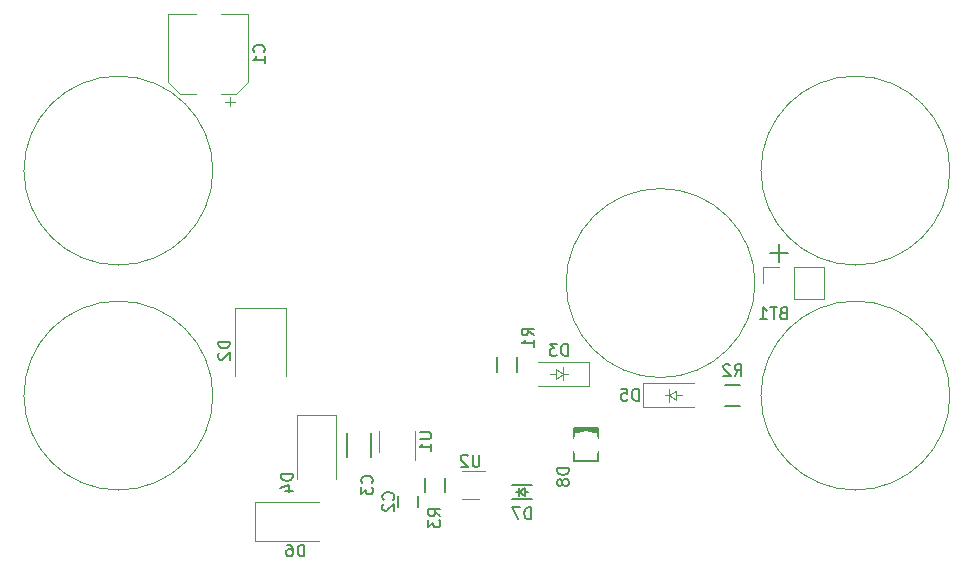
<source format=gbr>
G04 #@! TF.GenerationSoftware,KiCad,Pcbnew,(5.1.5-1-g2528d3844)*
G04 #@! TF.CreationDate,2020-01-09T12:33:36-05:00*
G04 #@! TF.ProjectId,diode-or,64696f64-652d-46f7-922e-6b696361645f,v1.0.0*
G04 #@! TF.SameCoordinates,Original*
G04 #@! TF.FileFunction,Legend,Bot*
G04 #@! TF.FilePolarity,Positive*
%FSLAX46Y46*%
G04 Gerber Fmt 4.6, Leading zero omitted, Abs format (unit mm)*
G04 Created by KiCad (PCBNEW (5.1.5-1-g2528d3844)) date 2020-01-09 12:33:36*
%MOMM*%
%LPD*%
G04 APERTURE LIST*
%ADD10C,0.150000*%
%ADD11C,0.120000*%
%ADD12C,0.100000*%
%ADD13C,2.351600*%
%ADD14R,1.101600X1.601600*%
%ADD15R,1.101600X1.401600*%
%ADD16R,1.401600X1.101600*%
%ADD17R,1.351600X1.401600*%
%ADD18R,1.701600X1.301600*%
%ADD19R,1.201600X0.676600*%
%ADD20R,0.701600X1.751600*%
%ADD21R,1.361600X0.931600*%
%ADD22O,1.801600X2.101600*%
%ADD23R,1.801600X2.101600*%
%ADD24R,0.751600X0.501600*%
%ADD25C,0.863600*%
%ADD26R,5.101600X5.101600*%
%ADD27R,0.751600X1.321600*%
%ADD28C,5.101600*%
%ADD29C,0.901600*%
%ADD30C,6.501600*%
%ADD31O,2.601600X4.601600*%
%ADD32R,2.601600X4.601600*%
%ADD33R,2.601600X1.901600*%
%ADD34R,1.901600X2.601600*%
%ADD35R,2.401600X2.601600*%
%ADD36O,1.801600X1.801600*%
%ADD37R,1.801600X1.801600*%
%ADD38C,1.117600*%
G04 APERTURE END LIST*
D10*
X185661904Y-91742857D02*
X184138095Y-91742857D01*
X184900000Y-92504761D02*
X184900000Y-90980952D01*
X169600000Y-106800000D02*
X167600000Y-106800000D01*
X169600000Y-106700000D02*
X167600000Y-106700000D01*
X167600000Y-106900000D02*
X169600000Y-106900000D01*
X169600000Y-109400000D02*
X169600000Y-106600000D01*
X167600000Y-109400000D02*
X169600000Y-109400000D01*
X167600000Y-106600000D02*
X167600000Y-109400000D01*
X169600000Y-106600000D02*
X167600000Y-106600000D01*
X181600000Y-102925000D02*
X180400000Y-102925000D01*
X180400000Y-104675000D02*
X181600000Y-104675000D01*
X161025000Y-100600000D02*
X161025000Y-101800000D01*
X162775000Y-101800000D02*
X162775000Y-100600000D01*
X154350000Y-112300000D02*
X154350000Y-113300000D01*
X152650000Y-113300000D02*
X152650000Y-112300000D01*
X150425000Y-107000000D02*
X150425000Y-109000000D01*
X148375000Y-109000000D02*
X148375000Y-107000000D01*
D11*
X175250000Y-103800000D02*
X175650000Y-103800000D01*
X175650000Y-103800000D02*
X175650000Y-104350000D01*
X175650000Y-103800000D02*
X175650000Y-103250000D01*
X175650000Y-103800000D02*
X176250000Y-104200000D01*
X176250000Y-104200000D02*
X176250000Y-103400000D01*
X176250000Y-103400000D02*
X175650000Y-103800000D01*
X176250000Y-103800000D02*
X176750000Y-103800000D01*
X173450000Y-102800000D02*
X177750000Y-102800000D01*
X173450000Y-104800000D02*
X173450000Y-102800000D01*
X177750000Y-104800000D02*
X173450000Y-104800000D01*
X167050000Y-102000000D02*
X166650000Y-102000000D01*
X166650000Y-102000000D02*
X166650000Y-101450000D01*
X166650000Y-102000000D02*
X166650000Y-102550000D01*
X166650000Y-102000000D02*
X166050000Y-101600000D01*
X166050000Y-101600000D02*
X166050000Y-102400000D01*
X166050000Y-102400000D02*
X166650000Y-102000000D01*
X166050000Y-102000000D02*
X165550000Y-102000000D01*
X168850000Y-103000000D02*
X164550000Y-103000000D01*
X168850000Y-101000000D02*
X168850000Y-103000000D01*
X164550000Y-101000000D02*
X168850000Y-101000000D01*
D10*
X162350000Y-112625000D02*
X164050000Y-112625000D01*
X162350000Y-111375000D02*
X164050000Y-111375000D01*
X162950000Y-112350000D02*
X162950000Y-111650000D01*
X163450000Y-111650000D02*
X162950000Y-112000000D01*
X163450000Y-112350000D02*
X163450000Y-111650000D01*
X162950000Y-112000000D02*
X163450000Y-112350000D01*
X162950000Y-112000000D02*
X162700000Y-112000000D01*
X163450000Y-112000000D02*
X163700000Y-112000000D01*
X154925000Y-110800000D02*
X154925000Y-112000000D01*
X156675000Y-112000000D02*
X156675000Y-110800000D01*
D11*
X159500000Y-112560000D02*
X158100000Y-112560000D01*
X158100000Y-110240000D02*
X160000000Y-110240000D01*
X199400000Y-103825000D02*
G75*
G03X199400000Y-103825000I-8000000J0D01*
G01*
X199400000Y-84775000D02*
G75*
G03X199400000Y-84775000I-8000000J0D01*
G01*
X182902216Y-94300000D02*
G75*
G03X182902216Y-94300000I-8000000J0D01*
G01*
X137000000Y-103825000D02*
G75*
G03X137000000Y-103825000I-8000000J0D01*
G01*
X137000000Y-84775000D02*
G75*
G03X137000000Y-84775000I-8000000J0D01*
G01*
X138841250Y-78943750D02*
X138053750Y-78943750D01*
X138447500Y-79337500D02*
X138447500Y-78550000D01*
X134254437Y-78310000D02*
X133190000Y-77245563D01*
X138945563Y-78310000D02*
X140010000Y-77245563D01*
X138945563Y-78310000D02*
X137660000Y-78310000D01*
X134254437Y-78310000D02*
X135540000Y-78310000D01*
X133190000Y-77245563D02*
X133190000Y-71490000D01*
X140010000Y-77245563D02*
X140010000Y-71490000D01*
X140010000Y-71490000D02*
X137660000Y-71490000D01*
X133190000Y-71490000D02*
X135540000Y-71490000D01*
X154110000Y-106820000D02*
X154110000Y-109250000D01*
X151040000Y-108580000D02*
X151040000Y-106820000D01*
X140600000Y-116150000D02*
X146000000Y-116150000D01*
X140600000Y-112850000D02*
X146000000Y-112850000D01*
X140600000Y-116150000D02*
X140600000Y-112850000D01*
X144150000Y-105500000D02*
X144150000Y-110900000D01*
X147450000Y-105500000D02*
X147450000Y-110900000D01*
X144150000Y-105500000D02*
X147450000Y-105500000D01*
X138850000Y-96450000D02*
X138850000Y-102150000D01*
X143150000Y-96450000D02*
X143150000Y-102150000D01*
X138850000Y-96450000D02*
X143150000Y-96450000D01*
X183570000Y-92970000D02*
X183570000Y-94300000D01*
X184900000Y-92970000D02*
X183570000Y-92970000D01*
X186170000Y-92970000D02*
X186170000Y-95630000D01*
X186170000Y-95630000D02*
X188770000Y-95630000D01*
X186170000Y-92970000D02*
X188770000Y-92970000D01*
X188770000Y-92970000D02*
X188770000Y-95630000D01*
D10*
X167152380Y-109961904D02*
X166152380Y-109961904D01*
X166152380Y-110200000D01*
X166200000Y-110342857D01*
X166295238Y-110438095D01*
X166390476Y-110485714D01*
X166580952Y-110533333D01*
X166723809Y-110533333D01*
X166914285Y-110485714D01*
X167009523Y-110438095D01*
X167104761Y-110342857D01*
X167152380Y-110200000D01*
X167152380Y-109961904D01*
X166580952Y-111104761D02*
X166533333Y-111009523D01*
X166485714Y-110961904D01*
X166390476Y-110914285D01*
X166342857Y-110914285D01*
X166247619Y-110961904D01*
X166200000Y-111009523D01*
X166152380Y-111104761D01*
X166152380Y-111295238D01*
X166200000Y-111390476D01*
X166247619Y-111438095D01*
X166342857Y-111485714D01*
X166390476Y-111485714D01*
X166485714Y-111438095D01*
X166533333Y-111390476D01*
X166580952Y-111295238D01*
X166580952Y-111104761D01*
X166628571Y-111009523D01*
X166676190Y-110961904D01*
X166771428Y-110914285D01*
X166961904Y-110914285D01*
X167057142Y-110961904D01*
X167104761Y-111009523D01*
X167152380Y-111104761D01*
X167152380Y-111295238D01*
X167104761Y-111390476D01*
X167057142Y-111438095D01*
X166961904Y-111485714D01*
X166771428Y-111485714D01*
X166676190Y-111438095D01*
X166628571Y-111390476D01*
X166580952Y-111295238D01*
X181166666Y-102152380D02*
X181500000Y-101676190D01*
X181738095Y-102152380D02*
X181738095Y-101152380D01*
X181357142Y-101152380D01*
X181261904Y-101200000D01*
X181214285Y-101247619D01*
X181166666Y-101342857D01*
X181166666Y-101485714D01*
X181214285Y-101580952D01*
X181261904Y-101628571D01*
X181357142Y-101676190D01*
X181738095Y-101676190D01*
X180785714Y-101247619D02*
X180738095Y-101200000D01*
X180642857Y-101152380D01*
X180404761Y-101152380D01*
X180309523Y-101200000D01*
X180261904Y-101247619D01*
X180214285Y-101342857D01*
X180214285Y-101438095D01*
X180261904Y-101580952D01*
X180833333Y-102152380D01*
X180214285Y-102152380D01*
X164152380Y-98733333D02*
X163676190Y-98400000D01*
X164152380Y-98161904D02*
X163152380Y-98161904D01*
X163152380Y-98542857D01*
X163200000Y-98638095D01*
X163247619Y-98685714D01*
X163342857Y-98733333D01*
X163485714Y-98733333D01*
X163580952Y-98685714D01*
X163628571Y-98638095D01*
X163676190Y-98542857D01*
X163676190Y-98161904D01*
X164152380Y-99685714D02*
X164152380Y-99114285D01*
X164152380Y-99400000D02*
X163152380Y-99400000D01*
X163295238Y-99304761D01*
X163390476Y-99209523D01*
X163438095Y-99114285D01*
X152257142Y-112633333D02*
X152304761Y-112585714D01*
X152352380Y-112442857D01*
X152352380Y-112347619D01*
X152304761Y-112204761D01*
X152209523Y-112109523D01*
X152114285Y-112061904D01*
X151923809Y-112014285D01*
X151780952Y-112014285D01*
X151590476Y-112061904D01*
X151495238Y-112109523D01*
X151400000Y-112204761D01*
X151352380Y-112347619D01*
X151352380Y-112442857D01*
X151400000Y-112585714D01*
X151447619Y-112633333D01*
X151447619Y-113014285D02*
X151400000Y-113061904D01*
X151352380Y-113157142D01*
X151352380Y-113395238D01*
X151400000Y-113490476D01*
X151447619Y-113538095D01*
X151542857Y-113585714D01*
X151638095Y-113585714D01*
X151780952Y-113538095D01*
X152352380Y-112966666D01*
X152352380Y-113585714D01*
X150457142Y-111233333D02*
X150504761Y-111185714D01*
X150552380Y-111042857D01*
X150552380Y-110947619D01*
X150504761Y-110804761D01*
X150409523Y-110709523D01*
X150314285Y-110661904D01*
X150123809Y-110614285D01*
X149980952Y-110614285D01*
X149790476Y-110661904D01*
X149695238Y-110709523D01*
X149600000Y-110804761D01*
X149552380Y-110947619D01*
X149552380Y-111042857D01*
X149600000Y-111185714D01*
X149647619Y-111233333D01*
X149552380Y-111566666D02*
X149552380Y-112185714D01*
X149933333Y-111852380D01*
X149933333Y-111995238D01*
X149980952Y-112090476D01*
X150028571Y-112138095D01*
X150123809Y-112185714D01*
X150361904Y-112185714D01*
X150457142Y-112138095D01*
X150504761Y-112090476D01*
X150552380Y-111995238D01*
X150552380Y-111709523D01*
X150504761Y-111614285D01*
X150457142Y-111566666D01*
X173038095Y-104252380D02*
X173038095Y-103252380D01*
X172800000Y-103252380D01*
X172657142Y-103300000D01*
X172561904Y-103395238D01*
X172514285Y-103490476D01*
X172466666Y-103680952D01*
X172466666Y-103823809D01*
X172514285Y-104014285D01*
X172561904Y-104109523D01*
X172657142Y-104204761D01*
X172800000Y-104252380D01*
X173038095Y-104252380D01*
X171561904Y-103252380D02*
X172038095Y-103252380D01*
X172085714Y-103728571D01*
X172038095Y-103680952D01*
X171942857Y-103633333D01*
X171704761Y-103633333D01*
X171609523Y-103680952D01*
X171561904Y-103728571D01*
X171514285Y-103823809D01*
X171514285Y-104061904D01*
X171561904Y-104157142D01*
X171609523Y-104204761D01*
X171704761Y-104252380D01*
X171942857Y-104252380D01*
X172038095Y-104204761D01*
X172085714Y-104157142D01*
X167038095Y-100452380D02*
X167038095Y-99452380D01*
X166800000Y-99452380D01*
X166657142Y-99500000D01*
X166561904Y-99595238D01*
X166514285Y-99690476D01*
X166466666Y-99880952D01*
X166466666Y-100023809D01*
X166514285Y-100214285D01*
X166561904Y-100309523D01*
X166657142Y-100404761D01*
X166800000Y-100452380D01*
X167038095Y-100452380D01*
X166133333Y-99452380D02*
X165514285Y-99452380D01*
X165847619Y-99833333D01*
X165704761Y-99833333D01*
X165609523Y-99880952D01*
X165561904Y-99928571D01*
X165514285Y-100023809D01*
X165514285Y-100261904D01*
X165561904Y-100357142D01*
X165609523Y-100404761D01*
X165704761Y-100452380D01*
X165990476Y-100452380D01*
X166085714Y-100404761D01*
X166133333Y-100357142D01*
X163938095Y-114302380D02*
X163938095Y-113302380D01*
X163700000Y-113302380D01*
X163557142Y-113350000D01*
X163461904Y-113445238D01*
X163414285Y-113540476D01*
X163366666Y-113730952D01*
X163366666Y-113873809D01*
X163414285Y-114064285D01*
X163461904Y-114159523D01*
X163557142Y-114254761D01*
X163700000Y-114302380D01*
X163938095Y-114302380D01*
X163033333Y-113302380D02*
X162366666Y-113302380D01*
X162795238Y-114302380D01*
X156252380Y-114033333D02*
X155776190Y-113700000D01*
X156252380Y-113461904D02*
X155252380Y-113461904D01*
X155252380Y-113842857D01*
X155300000Y-113938095D01*
X155347619Y-113985714D01*
X155442857Y-114033333D01*
X155585714Y-114033333D01*
X155680952Y-113985714D01*
X155728571Y-113938095D01*
X155776190Y-113842857D01*
X155776190Y-113461904D01*
X155252380Y-114366666D02*
X155252380Y-114985714D01*
X155633333Y-114652380D01*
X155633333Y-114795238D01*
X155680952Y-114890476D01*
X155728571Y-114938095D01*
X155823809Y-114985714D01*
X156061904Y-114985714D01*
X156157142Y-114938095D01*
X156204761Y-114890476D01*
X156252380Y-114795238D01*
X156252380Y-114509523D01*
X156204761Y-114414285D01*
X156157142Y-114366666D01*
X159561904Y-108852380D02*
X159561904Y-109661904D01*
X159514285Y-109757142D01*
X159466666Y-109804761D01*
X159371428Y-109852380D01*
X159180952Y-109852380D01*
X159085714Y-109804761D01*
X159038095Y-109757142D01*
X158990476Y-109661904D01*
X158990476Y-108852380D01*
X158561904Y-108947619D02*
X158514285Y-108900000D01*
X158419047Y-108852380D01*
X158180952Y-108852380D01*
X158085714Y-108900000D01*
X158038095Y-108947619D01*
X157990476Y-109042857D01*
X157990476Y-109138095D01*
X158038095Y-109280952D01*
X158609523Y-109852380D01*
X157990476Y-109852380D01*
X141307142Y-74733333D02*
X141354761Y-74685714D01*
X141402380Y-74542857D01*
X141402380Y-74447619D01*
X141354761Y-74304761D01*
X141259523Y-74209523D01*
X141164285Y-74161904D01*
X140973809Y-74114285D01*
X140830952Y-74114285D01*
X140640476Y-74161904D01*
X140545238Y-74209523D01*
X140450000Y-74304761D01*
X140402380Y-74447619D01*
X140402380Y-74542857D01*
X140450000Y-74685714D01*
X140497619Y-74733333D01*
X141402380Y-75685714D02*
X141402380Y-75114285D01*
X141402380Y-75400000D02*
X140402380Y-75400000D01*
X140545238Y-75304761D01*
X140640476Y-75209523D01*
X140688095Y-75114285D01*
X154502380Y-106938095D02*
X155311904Y-106938095D01*
X155407142Y-106985714D01*
X155454761Y-107033333D01*
X155502380Y-107128571D01*
X155502380Y-107319047D01*
X155454761Y-107414285D01*
X155407142Y-107461904D01*
X155311904Y-107509523D01*
X154502380Y-107509523D01*
X155502380Y-108509523D02*
X155502380Y-107938095D01*
X155502380Y-108223809D02*
X154502380Y-108223809D01*
X154645238Y-108128571D01*
X154740476Y-108033333D01*
X154788095Y-107938095D01*
X144738095Y-117452380D02*
X144738095Y-116452380D01*
X144500000Y-116452380D01*
X144357142Y-116500000D01*
X144261904Y-116595238D01*
X144214285Y-116690476D01*
X144166666Y-116880952D01*
X144166666Y-117023809D01*
X144214285Y-117214285D01*
X144261904Y-117309523D01*
X144357142Y-117404761D01*
X144500000Y-117452380D01*
X144738095Y-117452380D01*
X143309523Y-116452380D02*
X143500000Y-116452380D01*
X143595238Y-116500000D01*
X143642857Y-116547619D01*
X143738095Y-116690476D01*
X143785714Y-116880952D01*
X143785714Y-117261904D01*
X143738095Y-117357142D01*
X143690476Y-117404761D01*
X143595238Y-117452380D01*
X143404761Y-117452380D01*
X143309523Y-117404761D01*
X143261904Y-117357142D01*
X143214285Y-117261904D01*
X143214285Y-117023809D01*
X143261904Y-116928571D01*
X143309523Y-116880952D01*
X143404761Y-116833333D01*
X143595238Y-116833333D01*
X143690476Y-116880952D01*
X143738095Y-116928571D01*
X143785714Y-117023809D01*
X143752380Y-110461904D02*
X142752380Y-110461904D01*
X142752380Y-110700000D01*
X142800000Y-110842857D01*
X142895238Y-110938095D01*
X142990476Y-110985714D01*
X143180952Y-111033333D01*
X143323809Y-111033333D01*
X143514285Y-110985714D01*
X143609523Y-110938095D01*
X143704761Y-110842857D01*
X143752380Y-110700000D01*
X143752380Y-110461904D01*
X143085714Y-111890476D02*
X143752380Y-111890476D01*
X142704761Y-111652380D02*
X143419047Y-111414285D01*
X143419047Y-112033333D01*
X138452380Y-99261904D02*
X137452380Y-99261904D01*
X137452380Y-99500000D01*
X137500000Y-99642857D01*
X137595238Y-99738095D01*
X137690476Y-99785714D01*
X137880952Y-99833333D01*
X138023809Y-99833333D01*
X138214285Y-99785714D01*
X138309523Y-99738095D01*
X138404761Y-99642857D01*
X138452380Y-99500000D01*
X138452380Y-99261904D01*
X137547619Y-100214285D02*
X137500000Y-100261904D01*
X137452380Y-100357142D01*
X137452380Y-100595238D01*
X137500000Y-100690476D01*
X137547619Y-100738095D01*
X137642857Y-100785714D01*
X137738095Y-100785714D01*
X137880952Y-100738095D01*
X138452380Y-100166666D01*
X138452380Y-100785714D01*
X185285714Y-96828571D02*
X185142857Y-96876190D01*
X185095238Y-96923809D01*
X185047619Y-97019047D01*
X185047619Y-97161904D01*
X185095238Y-97257142D01*
X185142857Y-97304761D01*
X185238095Y-97352380D01*
X185619047Y-97352380D01*
X185619047Y-96352380D01*
X185285714Y-96352380D01*
X185190476Y-96400000D01*
X185142857Y-96447619D01*
X185095238Y-96542857D01*
X185095238Y-96638095D01*
X185142857Y-96733333D01*
X185190476Y-96780952D01*
X185285714Y-96828571D01*
X185619047Y-96828571D01*
X184761904Y-96352380D02*
X184190476Y-96352380D01*
X184476190Y-97352380D02*
X184476190Y-96352380D01*
X183333333Y-97352380D02*
X183904761Y-97352380D01*
X183619047Y-97352380D02*
X183619047Y-96352380D01*
X183714285Y-96495238D01*
X183809523Y-96590476D01*
X183904761Y-96638095D01*
%LPC*%
D12*
G36*
X178200000Y-103100000D02*
G01*
X177200000Y-103100000D01*
X177200000Y-104500000D01*
X178200000Y-104500000D01*
X178200000Y-103100000D01*
G37*
X178200000Y-103100000D02*
X177200000Y-103100000D01*
X177200000Y-104500000D01*
X178200000Y-104500000D01*
X178200000Y-103100000D01*
G36*
X174800000Y-103100000D02*
G01*
X173800000Y-103100000D01*
X173800000Y-104500000D01*
X174800000Y-104500000D01*
X174800000Y-103100000D01*
G37*
X174800000Y-103100000D02*
X173800000Y-103100000D01*
X173800000Y-104500000D01*
X174800000Y-104500000D01*
X174800000Y-103100000D01*
G36*
X164100000Y-102700000D02*
G01*
X165100000Y-102700000D01*
X165100000Y-101300000D01*
X164100000Y-101300000D01*
X164100000Y-102700000D01*
G37*
X164100000Y-102700000D02*
X165100000Y-102700000D01*
X165100000Y-101300000D01*
X164100000Y-101300000D01*
X164100000Y-102700000D01*
G36*
X167500000Y-102700000D02*
G01*
X168500000Y-102700000D01*
X168500000Y-101300000D01*
X167500000Y-101300000D01*
X167500000Y-102700000D01*
G37*
X167500000Y-102700000D02*
X168500000Y-102700000D01*
X168500000Y-101300000D01*
X167500000Y-101300000D01*
X167500000Y-102700000D01*
D13*
X168600000Y-108000000D03*
D14*
X168600000Y-110525000D03*
X168600000Y-105475000D03*
D15*
X182100000Y-103800000D03*
X179900000Y-103800000D03*
D16*
X161900000Y-100100000D03*
X161900000Y-102300000D03*
D17*
X153500000Y-111650000D03*
X153500000Y-113950000D03*
D18*
X149400000Y-109600000D03*
X149400000Y-106400000D03*
D19*
X177700000Y-103262500D03*
X177700000Y-104337500D03*
X174300000Y-104337500D03*
X174300000Y-103262500D03*
D20*
X177950000Y-103800000D03*
X174050000Y-103800000D03*
D19*
X164600000Y-102537500D03*
X164600000Y-101462500D03*
X168000000Y-101462500D03*
X168000000Y-102537500D03*
D20*
X164350000Y-102000000D03*
X168250000Y-102000000D03*
D21*
X164630000Y-112000000D03*
X161770000Y-112000000D03*
D16*
X155800000Y-110300000D03*
X155800000Y-112500000D03*
D22*
X178100000Y-115620000D03*
X173020000Y-115620000D03*
X173020000Y-108000000D03*
X175560000Y-108000000D03*
D23*
X178100000Y-108000000D03*
D24*
X157850000Y-110750000D03*
X157850000Y-112050000D03*
X159750000Y-111400000D03*
X159750000Y-112050000D03*
X159750000Y-110750000D03*
D25*
X186326963Y-115812877D03*
X187580513Y-116269132D03*
X188833123Y-116725044D03*
X189289036Y-115472434D03*
X189745291Y-114218884D03*
X190201204Y-112966274D03*
X188948594Y-112510361D03*
X187695044Y-112054106D03*
X186442433Y-111598193D03*
X185986521Y-112850804D03*
X185530266Y-114104354D03*
X185074353Y-115356964D03*
D12*
G36*
X189162321Y-117431012D02*
G01*
X184368385Y-115686162D01*
X186113235Y-110892226D01*
X190907171Y-112637076D01*
X189162321Y-117431012D01*
G37*
D25*
X182679252Y-75110972D03*
X181735972Y-76054252D03*
X180793398Y-76996825D03*
X181735972Y-77939399D03*
X182679252Y-78882679D03*
X183621825Y-79825253D03*
X184564399Y-78882679D03*
X185507679Y-77939399D03*
X186450253Y-76996825D03*
X185507679Y-76054252D03*
X184564399Y-75110972D03*
X183621825Y-74168398D03*
D12*
G36*
X180014449Y-76996825D02*
G01*
X183621825Y-73389449D01*
X187229201Y-76996825D01*
X183621825Y-80604201D01*
X180014449Y-76996825D01*
G37*
D25*
X161902216Y-93633000D03*
X161902216Y-94967000D03*
X161902216Y-96300000D03*
X163235216Y-96300000D03*
X164569216Y-96300000D03*
X165902216Y-96300000D03*
X165902216Y-94967000D03*
X165902216Y-93633000D03*
X165902216Y-92300000D03*
X164569216Y-92300000D03*
X163235216Y-92300000D03*
X161902216Y-92300000D03*
D26*
X163902216Y-94300000D03*
D25*
X132819487Y-116269132D03*
X134073037Y-115812877D03*
X135325647Y-115356964D03*
X134869734Y-114104354D03*
X134413479Y-112850804D03*
X133957567Y-111598193D03*
X132704956Y-112054106D03*
X131451406Y-112510361D03*
X130198796Y-112966274D03*
X130654709Y-114218884D03*
X131110964Y-115472434D03*
X131566877Y-116725044D03*
D12*
G36*
X136031615Y-115686162D02*
G01*
X131237679Y-117431012D01*
X129492829Y-112637076D01*
X134286765Y-110892226D01*
X136031615Y-115686162D01*
G37*
D25*
X137720748Y-94439028D03*
X138664028Y-93495748D03*
X139606602Y-92553175D03*
X138664028Y-91610601D03*
X137720748Y-90667321D03*
X136778175Y-89724747D03*
X135835601Y-90667321D03*
X134892321Y-91610601D03*
X133949747Y-92553175D03*
X134892321Y-93495748D03*
X135835601Y-94439028D03*
X136778175Y-95381602D03*
D12*
G36*
X140385551Y-92553175D02*
G01*
X136778175Y-96160551D01*
X133170799Y-92553175D01*
X136778175Y-88945799D01*
X140385551Y-92553175D01*
G37*
G36*
X137210985Y-70300480D02*
G01*
X137236795Y-70304309D01*
X137262104Y-70310648D01*
X137286671Y-70319439D01*
X137310258Y-70330594D01*
X137332637Y-70344008D01*
X137353594Y-70359551D01*
X137372927Y-70377073D01*
X137390449Y-70396406D01*
X137405992Y-70417363D01*
X137419406Y-70439742D01*
X137430561Y-70463329D01*
X137439352Y-70487896D01*
X137445691Y-70513205D01*
X137449520Y-70539015D01*
X137450800Y-70565075D01*
X137450800Y-73634925D01*
X137449520Y-73660985D01*
X137445691Y-73686795D01*
X137439352Y-73712104D01*
X137430561Y-73736671D01*
X137419406Y-73760258D01*
X137405992Y-73782637D01*
X137390449Y-73803594D01*
X137372927Y-73822927D01*
X137353594Y-73840449D01*
X137332637Y-73855992D01*
X137310258Y-73869406D01*
X137286671Y-73880561D01*
X137262104Y-73889352D01*
X137236795Y-73895691D01*
X137210985Y-73899520D01*
X137184925Y-73900800D01*
X136015075Y-73900800D01*
X135989015Y-73899520D01*
X135963205Y-73895691D01*
X135937896Y-73889352D01*
X135913329Y-73880561D01*
X135889742Y-73869406D01*
X135867363Y-73855992D01*
X135846406Y-73840449D01*
X135827073Y-73822927D01*
X135809551Y-73803594D01*
X135794008Y-73782637D01*
X135780594Y-73760258D01*
X135769439Y-73736671D01*
X135760648Y-73712104D01*
X135754309Y-73686795D01*
X135750480Y-73660985D01*
X135749200Y-73634925D01*
X135749200Y-70565075D01*
X135750480Y-70539015D01*
X135754309Y-70513205D01*
X135760648Y-70487896D01*
X135769439Y-70463329D01*
X135780594Y-70439742D01*
X135794008Y-70417363D01*
X135809551Y-70396406D01*
X135827073Y-70377073D01*
X135846406Y-70359551D01*
X135867363Y-70344008D01*
X135889742Y-70330594D01*
X135913329Y-70319439D01*
X135937896Y-70310648D01*
X135963205Y-70304309D01*
X135989015Y-70300480D01*
X136015075Y-70299200D01*
X137184925Y-70299200D01*
X137210985Y-70300480D01*
G37*
G36*
X137210985Y-75900480D02*
G01*
X137236795Y-75904309D01*
X137262104Y-75910648D01*
X137286671Y-75919439D01*
X137310258Y-75930594D01*
X137332637Y-75944008D01*
X137353594Y-75959551D01*
X137372927Y-75977073D01*
X137390449Y-75996406D01*
X137405992Y-76017363D01*
X137419406Y-76039742D01*
X137430561Y-76063329D01*
X137439352Y-76087896D01*
X137445691Y-76113205D01*
X137449520Y-76139015D01*
X137450800Y-76165075D01*
X137450800Y-79234925D01*
X137449520Y-79260985D01*
X137445691Y-79286795D01*
X137439352Y-79312104D01*
X137430561Y-79336671D01*
X137419406Y-79360258D01*
X137405992Y-79382637D01*
X137390449Y-79403594D01*
X137372927Y-79422927D01*
X137353594Y-79440449D01*
X137332637Y-79455992D01*
X137310258Y-79469406D01*
X137286671Y-79480561D01*
X137262104Y-79489352D01*
X137236795Y-79495691D01*
X137210985Y-79499520D01*
X137184925Y-79500800D01*
X136015075Y-79500800D01*
X135989015Y-79499520D01*
X135963205Y-79495691D01*
X135937896Y-79489352D01*
X135913329Y-79480561D01*
X135889742Y-79469406D01*
X135867363Y-79455992D01*
X135846406Y-79440449D01*
X135827073Y-79422927D01*
X135809551Y-79403594D01*
X135794008Y-79382637D01*
X135780594Y-79360258D01*
X135769439Y-79336671D01*
X135760648Y-79312104D01*
X135754309Y-79286795D01*
X135750480Y-79260985D01*
X135749200Y-79234925D01*
X135749200Y-76165075D01*
X135750480Y-76139015D01*
X135754309Y-76113205D01*
X135760648Y-76087896D01*
X135769439Y-76063329D01*
X135780594Y-76039742D01*
X135794008Y-76017363D01*
X135809551Y-75996406D01*
X135827073Y-75977073D01*
X135846406Y-75959551D01*
X135867363Y-75944008D01*
X135889742Y-75930594D01*
X135913329Y-75919439D01*
X135937896Y-75910648D01*
X135963205Y-75904309D01*
X135989015Y-75900480D01*
X136015075Y-75899200D01*
X137184925Y-75899200D01*
X137210985Y-75900480D01*
G37*
D27*
X153550000Y-106390000D03*
X152600000Y-106390000D03*
X151650000Y-106390000D03*
X151650000Y-109010000D03*
X152600000Y-109010000D03*
X153550000Y-109010000D03*
D28*
X140501109Y-107500000D03*
X163401109Y-107500000D03*
X163401109Y-81100000D03*
X140501109Y-81100000D03*
D29*
X197597056Y-113702944D03*
X195900000Y-113000000D03*
X194202944Y-113702944D03*
X193500000Y-115400000D03*
X194202944Y-117097056D03*
X195900000Y-117800000D03*
X197597056Y-117097056D03*
X198300000Y-115400000D03*
D30*
X195900000Y-115400000D03*
D29*
X126197056Y-113702944D03*
X124500000Y-113000000D03*
X122802944Y-113702944D03*
X122100000Y-115400000D03*
X122802944Y-117097056D03*
X124500000Y-117800000D03*
X126197056Y-117097056D03*
X126900000Y-115400000D03*
D30*
X124500000Y-115400000D03*
D29*
X197597056Y-71502944D03*
X195900000Y-70800000D03*
X194202944Y-71502944D03*
X193500000Y-73200000D03*
X194202944Y-74897056D03*
X195900000Y-75600000D03*
X197597056Y-74897056D03*
X198300000Y-73200000D03*
D30*
X195900000Y-73200000D03*
D29*
X126197056Y-71502944D03*
X124500000Y-70800000D03*
X122802944Y-71502944D03*
X122100000Y-73200000D03*
X122802944Y-74897056D03*
X124500000Y-75600000D03*
X126197056Y-74897056D03*
X126900000Y-73200000D03*
D30*
X124500000Y-73200000D03*
D31*
X146501109Y-102300000D03*
X151951109Y-102300000D03*
D32*
X157401109Y-102300000D03*
D33*
X146000000Y-114500000D03*
X142000000Y-114500000D03*
D34*
X145800000Y-110900000D03*
X145800000Y-106900000D03*
D35*
X141000000Y-102150000D03*
X141000000Y-97850000D03*
D31*
X157401109Y-86300000D03*
X151951109Y-86300000D03*
D32*
X146501109Y-86300000D03*
D36*
X187440000Y-94300000D03*
D37*
X184900000Y-94300000D03*
D38*
X148800000Y-111100000D03*
M02*

</source>
